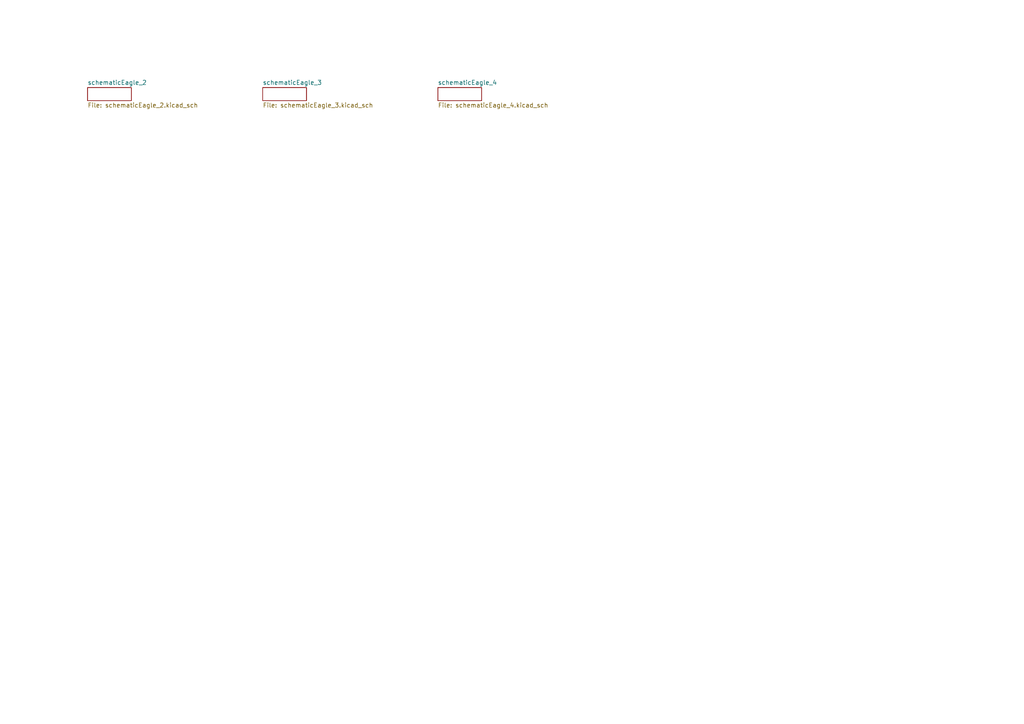
<source format=kicad_sch>
(kicad_sch (version 20211123) (generator eeschema)
  (paper "A4")
  (lib_symbols)
  (sheet (at 127 25.4) (size 12.7 3.81)
    (property "Sheet name" "schematicEagle_4" (at 127 24.6884 0) (effects (justify left bottom)))
    (property "Sheet file" "schematicEagle_4.kicad_sch" (at 127 29.7946 0) (effects (justify left top)))
  )
  (sheet (at 76.2 25.4) (size 12.7 3.81)
    (property "Sheet name" "schematicEagle_3" (at 76.2 24.6884 0) (effects (justify left bottom)))
    (property "Sheet file" "schematicEagle_3.kicad_sch" (at 76.2 29.7946 0) (effects (justify left top)))
  )
  (sheet (at 25.4 25.4) (size 12.7 3.81)
    (property "Sheet name" "schematicEagle_2" (at 25.4 24.6884 0) (effects (justify left bottom)))
    (property "Sheet file" "schematicEagle_2.kicad_sch" (at 25.4 29.7946 0) (effects (justify left top)))
  )
)
</source>
